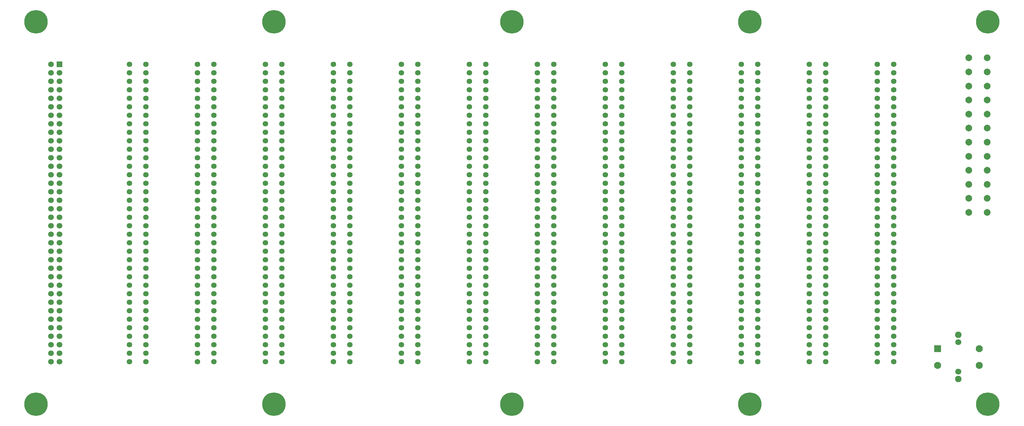
<source format=gbr>
%TF.GenerationSoftware,KiCad,Pcbnew,9.0.7*%
%TF.CreationDate,2026-02-22T19:12:49-05:00*%
%TF.ProjectId,Episode4,45706973-6f64-4653-942e-6b696361645f,2*%
%TF.SameCoordinates,Original*%
%TF.FileFunction,Soldermask,Bot*%
%TF.FilePolarity,Negative*%
%FSLAX46Y46*%
G04 Gerber Fmt 4.6, Leading zero omitted, Abs format (unit mm)*
G04 Created by KiCad (PCBNEW 9.0.7) date 2026-02-22 19:12:49*
%MOMM*%
%LPD*%
G01*
G04 APERTURE LIST*
%ADD10C,1.638000*%
%ADD11C,0.800000*%
%ADD12C,7.000000*%
%ADD13C,1.800000*%
%ADD14R,2.100000X2.100000*%
%ADD15C,2.100000*%
%ADD16C,1.950000*%
%ADD17C,0.001000*%
%ADD18C,2.000000*%
%ADD19R,1.700000X1.700000*%
%ADD20C,1.700000*%
G04 APERTURE END LIST*
D10*
%TO.C,J2*%
X39141000Y-19050000D03*
X34290000Y-19050000D03*
X39141000Y-21590000D03*
X34290000Y-21590000D03*
X39141000Y-24130000D03*
X34290000Y-24130000D03*
X39141000Y-26670000D03*
X34290000Y-26670000D03*
X39141000Y-29210000D03*
X34290000Y-29210000D03*
X39141000Y-31750000D03*
X34290000Y-31750000D03*
X39141000Y-34290000D03*
X34290000Y-34290000D03*
X39141000Y-36830000D03*
X34290000Y-36830000D03*
X39141000Y-39370000D03*
X34290000Y-39370000D03*
X39141000Y-41910000D03*
X34290000Y-41910000D03*
X39141000Y-44450000D03*
X34290000Y-44450000D03*
X39141000Y-46990000D03*
X34290000Y-46990000D03*
X39141000Y-49530000D03*
X34290000Y-49530000D03*
X39141000Y-52070000D03*
X34290000Y-52070000D03*
X39141000Y-54610000D03*
X34290000Y-54610000D03*
X39141000Y-57150000D03*
X34290000Y-57150000D03*
X39141000Y-59690000D03*
X34290000Y-59690000D03*
X39141000Y-62230000D03*
X34290000Y-62230000D03*
X39141000Y-64770000D03*
X34290000Y-64770000D03*
X39141000Y-67310000D03*
X34290000Y-67310000D03*
X39141000Y-69850000D03*
X34290000Y-69850000D03*
X39141000Y-72390000D03*
X34290000Y-72390000D03*
X39141000Y-74930000D03*
X34290000Y-74930000D03*
X39141000Y-77470000D03*
X34290000Y-77470000D03*
X39141000Y-80010000D03*
X34290000Y-80010000D03*
X39141000Y-82550000D03*
X34290000Y-82550000D03*
X39141000Y-85090000D03*
X34290000Y-85090000D03*
X39141000Y-87630000D03*
X34290000Y-87630000D03*
X39141000Y-90170000D03*
X34290000Y-90170000D03*
X39141000Y-92710000D03*
X34290000Y-92710000D03*
X39141000Y-95250000D03*
X34290000Y-95250000D03*
X39141000Y-97790000D03*
X34290000Y-97790000D03*
X39141000Y-100330000D03*
X34290000Y-100330000D03*
X39141000Y-102870000D03*
X34290000Y-102870000D03*
X39141000Y-105410000D03*
X34290000Y-105410000D03*
X39141000Y-107950000D03*
X34290000Y-107950000D03*
%TD*%
%TO.C,J3*%
X59461000Y-19050000D03*
X54610000Y-19050000D03*
X59461000Y-21590000D03*
X54610000Y-21590000D03*
X59461000Y-24130000D03*
X54610000Y-24130000D03*
X59461000Y-26670000D03*
X54610000Y-26670000D03*
X59461000Y-29210000D03*
X54610000Y-29210000D03*
X59461000Y-31750000D03*
X54610000Y-31750000D03*
X59461000Y-34290000D03*
X54610000Y-34290000D03*
X59461000Y-36830000D03*
X54610000Y-36830000D03*
X59461000Y-39370000D03*
X54610000Y-39370000D03*
X59461000Y-41910000D03*
X54610000Y-41910000D03*
X59461000Y-44450000D03*
X54610000Y-44450000D03*
X59461000Y-46990000D03*
X54610000Y-46990000D03*
X59461000Y-49530000D03*
X54610000Y-49530000D03*
X59461000Y-52070000D03*
X54610000Y-52070000D03*
X59461000Y-54610000D03*
X54610000Y-54610000D03*
X59461000Y-57150000D03*
X54610000Y-57150000D03*
X59461000Y-59690000D03*
X54610000Y-59690000D03*
X59461000Y-62230000D03*
X54610000Y-62230000D03*
X59461000Y-64770000D03*
X54610000Y-64770000D03*
X59461000Y-67310000D03*
X54610000Y-67310000D03*
X59461000Y-69850000D03*
X54610000Y-69850000D03*
X59461000Y-72390000D03*
X54610000Y-72390000D03*
X59461000Y-74930000D03*
X54610000Y-74930000D03*
X59461000Y-77470000D03*
X54610000Y-77470000D03*
X59461000Y-80010000D03*
X54610000Y-80010000D03*
X59461000Y-82550000D03*
X54610000Y-82550000D03*
X59461000Y-85090000D03*
X54610000Y-85090000D03*
X59461000Y-87630000D03*
X54610000Y-87630000D03*
X59461000Y-90170000D03*
X54610000Y-90170000D03*
X59461000Y-92710000D03*
X54610000Y-92710000D03*
X59461000Y-95250000D03*
X54610000Y-95250000D03*
X59461000Y-97790000D03*
X54610000Y-97790000D03*
X59461000Y-100330000D03*
X54610000Y-100330000D03*
X59461000Y-102870000D03*
X54610000Y-102870000D03*
X59461000Y-105410000D03*
X54610000Y-105410000D03*
X59461000Y-107950000D03*
X54610000Y-107950000D03*
%TD*%
D11*
%TO.C,H10*%
X288205000Y-120650000D03*
X288973845Y-118793845D03*
X288973845Y-122506155D03*
X290830000Y-118025000D03*
D12*
X290830000Y-120650000D03*
D11*
X290830000Y-123275000D03*
X292686155Y-118793845D03*
X292686155Y-122506155D03*
X293455000Y-120650000D03*
%TD*%
%TO.C,H2*%
X3725000Y-120650000D03*
X4493845Y-118793845D03*
X4493845Y-122506155D03*
X6350000Y-118025000D03*
D12*
X6350000Y-120650000D03*
D11*
X6350000Y-123275000D03*
X8206155Y-118793845D03*
X8206155Y-122506155D03*
X8975000Y-120650000D03*
%TD*%
D10*
%TO.C,J7*%
X140741000Y-19050000D03*
X135890000Y-19050000D03*
X140741000Y-21590000D03*
X135890000Y-21590000D03*
X140741000Y-24130000D03*
X135890000Y-24130000D03*
X140741000Y-26670000D03*
X135890000Y-26670000D03*
X140741000Y-29210000D03*
X135890000Y-29210000D03*
X140741000Y-31750000D03*
X135890000Y-31750000D03*
X140741000Y-34290000D03*
X135890000Y-34290000D03*
X140741000Y-36830000D03*
X135890000Y-36830000D03*
X140741000Y-39370000D03*
X135890000Y-39370000D03*
X140741000Y-41910000D03*
X135890000Y-41910000D03*
X140741000Y-44450000D03*
X135890000Y-44450000D03*
X140741000Y-46990000D03*
X135890000Y-46990000D03*
X140741000Y-49530000D03*
X135890000Y-49530000D03*
X140741000Y-52070000D03*
X135890000Y-52070000D03*
X140741000Y-54610000D03*
X135890000Y-54610000D03*
X140741000Y-57150000D03*
X135890000Y-57150000D03*
X140741000Y-59690000D03*
X135890000Y-59690000D03*
X140741000Y-62230000D03*
X135890000Y-62230000D03*
X140741000Y-64770000D03*
X135890000Y-64770000D03*
X140741000Y-67310000D03*
X135890000Y-67310000D03*
X140741000Y-69850000D03*
X135890000Y-69850000D03*
X140741000Y-72390000D03*
X135890000Y-72390000D03*
X140741000Y-74930000D03*
X135890000Y-74930000D03*
X140741000Y-77470000D03*
X135890000Y-77470000D03*
X140741000Y-80010000D03*
X135890000Y-80010000D03*
X140741000Y-82550000D03*
X135890000Y-82550000D03*
X140741000Y-85090000D03*
X135890000Y-85090000D03*
X140741000Y-87630000D03*
X135890000Y-87630000D03*
X140741000Y-90170000D03*
X135890000Y-90170000D03*
X140741000Y-92710000D03*
X135890000Y-92710000D03*
X140741000Y-95250000D03*
X135890000Y-95250000D03*
X140741000Y-97790000D03*
X135890000Y-97790000D03*
X140741000Y-100330000D03*
X135890000Y-100330000D03*
X140741000Y-102870000D03*
X135890000Y-102870000D03*
X140741000Y-105410000D03*
X135890000Y-105410000D03*
X140741000Y-107950000D03*
X135890000Y-107950000D03*
%TD*%
D13*
%TO.C,SW1*%
X282015000Y-110953000D03*
X282015000Y-102153000D03*
D14*
X275815000Y-104053000D03*
D15*
X288215000Y-104053000D03*
X275815000Y-109053000D03*
X288215000Y-109053000D03*
D16*
X282015000Y-99953000D03*
X282015000Y-113153000D03*
%TD*%
D10*
%TO.C,J9*%
X181381000Y-19050000D03*
X176530000Y-19050000D03*
X181381000Y-21590000D03*
X176530000Y-21590000D03*
X181381000Y-24130000D03*
X176530000Y-24130000D03*
X181381000Y-26670000D03*
X176530000Y-26670000D03*
X181381000Y-29210000D03*
X176530000Y-29210000D03*
X181381000Y-31750000D03*
X176530000Y-31750000D03*
X181381000Y-34290000D03*
X176530000Y-34290000D03*
X181381000Y-36830000D03*
X176530000Y-36830000D03*
X181381000Y-39370000D03*
X176530000Y-39370000D03*
X181381000Y-41910000D03*
X176530000Y-41910000D03*
X181381000Y-44450000D03*
X176530000Y-44450000D03*
X181381000Y-46990000D03*
X176530000Y-46990000D03*
X181381000Y-49530000D03*
X176530000Y-49530000D03*
X181381000Y-52070000D03*
X176530000Y-52070000D03*
X181381000Y-54610000D03*
X176530000Y-54610000D03*
X181381000Y-57150000D03*
X176530000Y-57150000D03*
X181381000Y-59690000D03*
X176530000Y-59690000D03*
X181381000Y-62230000D03*
X176530000Y-62230000D03*
X181381000Y-64770000D03*
X176530000Y-64770000D03*
X181381000Y-67310000D03*
X176530000Y-67310000D03*
X181381000Y-69850000D03*
X176530000Y-69850000D03*
X181381000Y-72390000D03*
X176530000Y-72390000D03*
X181381000Y-74930000D03*
X176530000Y-74930000D03*
X181381000Y-77470000D03*
X176530000Y-77470000D03*
X181381000Y-80010000D03*
X176530000Y-80010000D03*
X181381000Y-82550000D03*
X176530000Y-82550000D03*
X181381000Y-85090000D03*
X176530000Y-85090000D03*
X181381000Y-87630000D03*
X176530000Y-87630000D03*
X181381000Y-90170000D03*
X176530000Y-90170000D03*
X181381000Y-92710000D03*
X176530000Y-92710000D03*
X181381000Y-95250000D03*
X176530000Y-95250000D03*
X181381000Y-97790000D03*
X176530000Y-97790000D03*
X181381000Y-100330000D03*
X176530000Y-100330000D03*
X181381000Y-102870000D03*
X176530000Y-102870000D03*
X181381000Y-105410000D03*
X176530000Y-105410000D03*
X181381000Y-107950000D03*
X176530000Y-107950000D03*
%TD*%
%TO.C,J11*%
X222021000Y-19050000D03*
X217170000Y-19050000D03*
X222021000Y-21590000D03*
X217170000Y-21590000D03*
X222021000Y-24130000D03*
X217170000Y-24130000D03*
X222021000Y-26670000D03*
X217170000Y-26670000D03*
X222021000Y-29210000D03*
X217170000Y-29210000D03*
X222021000Y-31750000D03*
X217170000Y-31750000D03*
X222021000Y-34290000D03*
X217170000Y-34290000D03*
X222021000Y-36830000D03*
X217170000Y-36830000D03*
X222021000Y-39370000D03*
X217170000Y-39370000D03*
X222021000Y-41910000D03*
X217170000Y-41910000D03*
X222021000Y-44450000D03*
X217170000Y-44450000D03*
X222021000Y-46990000D03*
X217170000Y-46990000D03*
X222021000Y-49530000D03*
X217170000Y-49530000D03*
X222021000Y-52070000D03*
X217170000Y-52070000D03*
X222021000Y-54610000D03*
X217170000Y-54610000D03*
X222021000Y-57150000D03*
X217170000Y-57150000D03*
X222021000Y-59690000D03*
X217170000Y-59690000D03*
X222021000Y-62230000D03*
X217170000Y-62230000D03*
X222021000Y-64770000D03*
X217170000Y-64770000D03*
X222021000Y-67310000D03*
X217170000Y-67310000D03*
X222021000Y-69850000D03*
X217170000Y-69850000D03*
X222021000Y-72390000D03*
X217170000Y-72390000D03*
X222021000Y-74930000D03*
X217170000Y-74930000D03*
X222021000Y-77470000D03*
X217170000Y-77470000D03*
X222021000Y-80010000D03*
X217170000Y-80010000D03*
X222021000Y-82550000D03*
X217170000Y-82550000D03*
X222021000Y-85090000D03*
X217170000Y-85090000D03*
X222021000Y-87630000D03*
X217170000Y-87630000D03*
X222021000Y-90170000D03*
X217170000Y-90170000D03*
X222021000Y-92710000D03*
X217170000Y-92710000D03*
X222021000Y-95250000D03*
X217170000Y-95250000D03*
X222021000Y-97790000D03*
X217170000Y-97790000D03*
X222021000Y-100330000D03*
X217170000Y-100330000D03*
X222021000Y-102870000D03*
X217170000Y-102870000D03*
X222021000Y-105410000D03*
X217170000Y-105410000D03*
X222021000Y-107950000D03*
X217170000Y-107950000D03*
%TD*%
%TO.C,J13*%
X262661000Y-19050000D03*
X257810000Y-19050000D03*
X262661000Y-21590000D03*
X257810000Y-21590000D03*
X262661000Y-24130000D03*
X257810000Y-24130000D03*
X262661000Y-26670000D03*
X257810000Y-26670000D03*
X262661000Y-29210000D03*
X257810000Y-29210000D03*
X262661000Y-31750000D03*
X257810000Y-31750000D03*
X262661000Y-34290000D03*
X257810000Y-34290000D03*
X262661000Y-36830000D03*
X257810000Y-36830000D03*
X262661000Y-39370000D03*
X257810000Y-39370000D03*
X262661000Y-41910000D03*
X257810000Y-41910000D03*
X262661000Y-44450000D03*
X257810000Y-44450000D03*
X262661000Y-46990000D03*
X257810000Y-46990000D03*
X262661000Y-49530000D03*
X257810000Y-49530000D03*
X262661000Y-52070000D03*
X257810000Y-52070000D03*
X262661000Y-54610000D03*
X257810000Y-54610000D03*
X262661000Y-57150000D03*
X257810000Y-57150000D03*
X262661000Y-59690000D03*
X257810000Y-59690000D03*
X262661000Y-62230000D03*
X257810000Y-62230000D03*
X262661000Y-64770000D03*
X257810000Y-64770000D03*
X262661000Y-67310000D03*
X257810000Y-67310000D03*
X262661000Y-69850000D03*
X257810000Y-69850000D03*
X262661000Y-72390000D03*
X257810000Y-72390000D03*
X262661000Y-74930000D03*
X257810000Y-74930000D03*
X262661000Y-77470000D03*
X257810000Y-77470000D03*
X262661000Y-80010000D03*
X257810000Y-80010000D03*
X262661000Y-82550000D03*
X257810000Y-82550000D03*
X262661000Y-85090000D03*
X257810000Y-85090000D03*
X262661000Y-87630000D03*
X257810000Y-87630000D03*
X262661000Y-90170000D03*
X257810000Y-90170000D03*
X262661000Y-92710000D03*
X257810000Y-92710000D03*
X262661000Y-95250000D03*
X257810000Y-95250000D03*
X262661000Y-97790000D03*
X257810000Y-97790000D03*
X262661000Y-100330000D03*
X257810000Y-100330000D03*
X262661000Y-102870000D03*
X257810000Y-102870000D03*
X262661000Y-105410000D03*
X257810000Y-105410000D03*
X262661000Y-107950000D03*
X257810000Y-107950000D03*
%TD*%
%TO.C,J10*%
X201701000Y-19050000D03*
X196850000Y-19050000D03*
X201701000Y-21590000D03*
X196850000Y-21590000D03*
X201701000Y-24130000D03*
X196850000Y-24130000D03*
X201701000Y-26670000D03*
X196850000Y-26670000D03*
X201701000Y-29210000D03*
X196850000Y-29210000D03*
X201701000Y-31750000D03*
X196850000Y-31750000D03*
X201701000Y-34290000D03*
X196850000Y-34290000D03*
X201701000Y-36830000D03*
X196850000Y-36830000D03*
X201701000Y-39370000D03*
X196850000Y-39370000D03*
X201701000Y-41910000D03*
X196850000Y-41910000D03*
X201701000Y-44450000D03*
X196850000Y-44450000D03*
X201701000Y-46990000D03*
X196850000Y-46990000D03*
X201701000Y-49530000D03*
X196850000Y-49530000D03*
X201701000Y-52070000D03*
X196850000Y-52070000D03*
X201701000Y-54610000D03*
X196850000Y-54610000D03*
X201701000Y-57150000D03*
X196850000Y-57150000D03*
X201701000Y-59690000D03*
X196850000Y-59690000D03*
X201701000Y-62230000D03*
X196850000Y-62230000D03*
X201701000Y-64770000D03*
X196850000Y-64770000D03*
X201701000Y-67310000D03*
X196850000Y-67310000D03*
X201701000Y-69850000D03*
X196850000Y-69850000D03*
X201701000Y-72390000D03*
X196850000Y-72390000D03*
X201701000Y-74930000D03*
X196850000Y-74930000D03*
X201701000Y-77470000D03*
X196850000Y-77470000D03*
X201701000Y-80010000D03*
X196850000Y-80010000D03*
X201701000Y-82550000D03*
X196850000Y-82550000D03*
X201701000Y-85090000D03*
X196850000Y-85090000D03*
X201701000Y-87630000D03*
X196850000Y-87630000D03*
X201701000Y-90170000D03*
X196850000Y-90170000D03*
X201701000Y-92710000D03*
X196850000Y-92710000D03*
X201701000Y-95250000D03*
X196850000Y-95250000D03*
X201701000Y-97790000D03*
X196850000Y-97790000D03*
X201701000Y-100330000D03*
X196850000Y-100330000D03*
X201701000Y-102870000D03*
X196850000Y-102870000D03*
X201701000Y-105410000D03*
X196850000Y-105410000D03*
X201701000Y-107950000D03*
X196850000Y-107950000D03*
%TD*%
%TO.C,J5*%
X100101000Y-19050000D03*
X95250000Y-19050000D03*
X100101000Y-21590000D03*
X95250000Y-21590000D03*
X100101000Y-24130000D03*
X95250000Y-24130000D03*
X100101000Y-26670000D03*
X95250000Y-26670000D03*
X100101000Y-29210000D03*
X95250000Y-29210000D03*
X100101000Y-31750000D03*
X95250000Y-31750000D03*
X100101000Y-34290000D03*
X95250000Y-34290000D03*
X100101000Y-36830000D03*
X95250000Y-36830000D03*
X100101000Y-39370000D03*
X95250000Y-39370000D03*
X100101000Y-41910000D03*
X95250000Y-41910000D03*
X100101000Y-44450000D03*
X95250000Y-44450000D03*
X100101000Y-46990000D03*
X95250000Y-46990000D03*
X100101000Y-49530000D03*
X95250000Y-49530000D03*
X100101000Y-52070000D03*
X95250000Y-52070000D03*
X100101000Y-54610000D03*
X95250000Y-54610000D03*
X100101000Y-57150000D03*
X95250000Y-57150000D03*
X100101000Y-59690000D03*
X95250000Y-59690000D03*
X100101000Y-62230000D03*
X95250000Y-62230000D03*
X100101000Y-64770000D03*
X95250000Y-64770000D03*
X100101000Y-67310000D03*
X95250000Y-67310000D03*
X100101000Y-69850000D03*
X95250000Y-69850000D03*
X100101000Y-72390000D03*
X95250000Y-72390000D03*
X100101000Y-74930000D03*
X95250000Y-74930000D03*
X100101000Y-77470000D03*
X95250000Y-77470000D03*
X100101000Y-80010000D03*
X95250000Y-80010000D03*
X100101000Y-82550000D03*
X95250000Y-82550000D03*
X100101000Y-85090000D03*
X95250000Y-85090000D03*
X100101000Y-87630000D03*
X95250000Y-87630000D03*
X100101000Y-90170000D03*
X95250000Y-90170000D03*
X100101000Y-92710000D03*
X95250000Y-92710000D03*
X100101000Y-95250000D03*
X95250000Y-95250000D03*
X100101000Y-97790000D03*
X95250000Y-97790000D03*
X100101000Y-100330000D03*
X95250000Y-100330000D03*
X100101000Y-102870000D03*
X95250000Y-102870000D03*
X100101000Y-105410000D03*
X95250000Y-105410000D03*
X100101000Y-107950000D03*
X95250000Y-107950000D03*
%TD*%
D17*
%TO.C,J14*%
X290195000Y-68045000D03*
D18*
X285155000Y-63345000D03*
X285155000Y-59145000D03*
X285155000Y-54945000D03*
X285155000Y-50745000D03*
X285155000Y-46545000D03*
X285155000Y-42345000D03*
X285155000Y-38145000D03*
X285155000Y-33945000D03*
X285155000Y-29745000D03*
X285155000Y-25545000D03*
X285155000Y-21345000D03*
X285155000Y-17145000D03*
X290655000Y-63345000D03*
X290655000Y-59145000D03*
X290655000Y-54945000D03*
X290655000Y-50745000D03*
X290655000Y-46545000D03*
X290655000Y-42345000D03*
X290655000Y-38145000D03*
X290655000Y-33945000D03*
X290655000Y-29745000D03*
X290655000Y-25545000D03*
X290655000Y-21345000D03*
X290655000Y-17145000D03*
%TD*%
D10*
%TO.C,J6*%
X120421000Y-19050000D03*
X115570000Y-19050000D03*
X120421000Y-21590000D03*
X115570000Y-21590000D03*
X120421000Y-24130000D03*
X115570000Y-24130000D03*
X120421000Y-26670000D03*
X115570000Y-26670000D03*
X120421000Y-29210000D03*
X115570000Y-29210000D03*
X120421000Y-31750000D03*
X115570000Y-31750000D03*
X120421000Y-34290000D03*
X115570000Y-34290000D03*
X120421000Y-36830000D03*
X115570000Y-36830000D03*
X120421000Y-39370000D03*
X115570000Y-39370000D03*
X120421000Y-41910000D03*
X115570000Y-41910000D03*
X120421000Y-44450000D03*
X115570000Y-44450000D03*
X120421000Y-46990000D03*
X115570000Y-46990000D03*
X120421000Y-49530000D03*
X115570000Y-49530000D03*
X120421000Y-52070000D03*
X115570000Y-52070000D03*
X120421000Y-54610000D03*
X115570000Y-54610000D03*
X120421000Y-57150000D03*
X115570000Y-57150000D03*
X120421000Y-59690000D03*
X115570000Y-59690000D03*
X120421000Y-62230000D03*
X115570000Y-62230000D03*
X120421000Y-64770000D03*
X115570000Y-64770000D03*
X120421000Y-67310000D03*
X115570000Y-67310000D03*
X120421000Y-69850000D03*
X115570000Y-69850000D03*
X120421000Y-72390000D03*
X115570000Y-72390000D03*
X120421000Y-74930000D03*
X115570000Y-74930000D03*
X120421000Y-77470000D03*
X115570000Y-77470000D03*
X120421000Y-80010000D03*
X115570000Y-80010000D03*
X120421000Y-82550000D03*
X115570000Y-82550000D03*
X120421000Y-85090000D03*
X115570000Y-85090000D03*
X120421000Y-87630000D03*
X115570000Y-87630000D03*
X120421000Y-90170000D03*
X115570000Y-90170000D03*
X120421000Y-92710000D03*
X115570000Y-92710000D03*
X120421000Y-95250000D03*
X115570000Y-95250000D03*
X120421000Y-97790000D03*
X115570000Y-97790000D03*
X120421000Y-100330000D03*
X115570000Y-100330000D03*
X120421000Y-102870000D03*
X115570000Y-102870000D03*
X120421000Y-105410000D03*
X115570000Y-105410000D03*
X120421000Y-107950000D03*
X115570000Y-107950000D03*
%TD*%
D11*
%TO.C,H8*%
X217085000Y-120650000D03*
X217853845Y-118793845D03*
X217853845Y-122506155D03*
X219710000Y-118025000D03*
D12*
X219710000Y-120650000D03*
D11*
X219710000Y-123275000D03*
X221566155Y-118793845D03*
X221566155Y-122506155D03*
X222335000Y-120650000D03*
%TD*%
%TO.C,H5*%
X145965000Y-6350000D03*
X146733845Y-4493845D03*
X146733845Y-8206155D03*
X148590000Y-3725000D03*
D12*
X148590000Y-6350000D03*
D11*
X148590000Y-8975000D03*
X150446155Y-4493845D03*
X150446155Y-8206155D03*
X151215000Y-6350000D03*
%TD*%
%TO.C,H3*%
X74845000Y-6350000D03*
X75613845Y-4493845D03*
X75613845Y-8206155D03*
X77470000Y-3725000D03*
D12*
X77470000Y-6350000D03*
D11*
X77470000Y-8975000D03*
X79326155Y-4493845D03*
X79326155Y-8206155D03*
X80095000Y-6350000D03*
%TD*%
%TO.C,H9*%
X288205000Y-6350000D03*
X288973845Y-4493845D03*
X288973845Y-8206155D03*
X290830000Y-3725000D03*
D12*
X290830000Y-6350000D03*
D11*
X290830000Y-8975000D03*
X292686155Y-4493845D03*
X292686155Y-8206155D03*
X293455000Y-6350000D03*
%TD*%
D19*
%TO.C,J1*%
X13335000Y-19050000D03*
D20*
X10795000Y-19050000D03*
X13335000Y-21590000D03*
X10795000Y-21590000D03*
X13335000Y-24130000D03*
X10795000Y-24130000D03*
X13335000Y-26670000D03*
X10795000Y-26670000D03*
X13335000Y-29210000D03*
X10795000Y-29210000D03*
X13335000Y-31750000D03*
X10795000Y-31750000D03*
X13335000Y-34290000D03*
X10795000Y-34290000D03*
X13335000Y-36830000D03*
X10795000Y-36830000D03*
X13335000Y-39370000D03*
X10795000Y-39370000D03*
X13335000Y-41910000D03*
X10795000Y-41910000D03*
X13335000Y-44450000D03*
X10795000Y-44450000D03*
X13335000Y-46990000D03*
X10795000Y-46990000D03*
X13335000Y-49530000D03*
X10795000Y-49530000D03*
X13335000Y-52070000D03*
X10795000Y-52070000D03*
X13335000Y-54610000D03*
X10795000Y-54610000D03*
X13335000Y-57150000D03*
X10795000Y-57150000D03*
X13335000Y-59690000D03*
X10795000Y-59690000D03*
X13335000Y-62230000D03*
X10795000Y-62230000D03*
X13335000Y-64770000D03*
X10795000Y-64770000D03*
X13335000Y-67310000D03*
X10795000Y-67310000D03*
X13335000Y-69850000D03*
X10795000Y-69850000D03*
X13335000Y-72390000D03*
X10795000Y-72390000D03*
X13335000Y-74930000D03*
X10795000Y-74930000D03*
X13335000Y-77470000D03*
X10795000Y-77470000D03*
X13335000Y-80010000D03*
X10795000Y-80010000D03*
X13335000Y-82550000D03*
X10795000Y-82550000D03*
X13335000Y-85090000D03*
X10795000Y-85090000D03*
X13335000Y-87630000D03*
X10795000Y-87630000D03*
X13335000Y-90170000D03*
X10795000Y-90170000D03*
X13335000Y-92710000D03*
X10795000Y-92710000D03*
X13335000Y-95250000D03*
X10795000Y-95250000D03*
X13335000Y-97790000D03*
X10795000Y-97790000D03*
X13335000Y-100330000D03*
X10795000Y-100330000D03*
X13335000Y-102870000D03*
X10795000Y-102870000D03*
X13335000Y-105410000D03*
X10795000Y-105410000D03*
X13335000Y-107950000D03*
X10795000Y-107950000D03*
%TD*%
D10*
%TO.C,J4*%
X79781000Y-19050000D03*
X74930000Y-19050000D03*
X79781000Y-21590000D03*
X74930000Y-21590000D03*
X79781000Y-24130000D03*
X74930000Y-24130000D03*
X79781000Y-26670000D03*
X74930000Y-26670000D03*
X79781000Y-29210000D03*
X74930000Y-29210000D03*
X79781000Y-31750000D03*
X74930000Y-31750000D03*
X79781000Y-34290000D03*
X74930000Y-34290000D03*
X79781000Y-36830000D03*
X74930000Y-36830000D03*
X79781000Y-39370000D03*
X74930000Y-39370000D03*
X79781000Y-41910000D03*
X74930000Y-41910000D03*
X79781000Y-44450000D03*
X74930000Y-44450000D03*
X79781000Y-46990000D03*
X74930000Y-46990000D03*
X79781000Y-49530000D03*
X74930000Y-49530000D03*
X79781000Y-52070000D03*
X74930000Y-52070000D03*
X79781000Y-54610000D03*
X74930000Y-54610000D03*
X79781000Y-57150000D03*
X74930000Y-57150000D03*
X79781000Y-59690000D03*
X74930000Y-59690000D03*
X79781000Y-62230000D03*
X74930000Y-62230000D03*
X79781000Y-64770000D03*
X74930000Y-64770000D03*
X79781000Y-67310000D03*
X74930000Y-67310000D03*
X79781000Y-69850000D03*
X74930000Y-69850000D03*
X79781000Y-72390000D03*
X74930000Y-72390000D03*
X79781000Y-74930000D03*
X74930000Y-74930000D03*
X79781000Y-77470000D03*
X74930000Y-77470000D03*
X79781000Y-80010000D03*
X74930000Y-80010000D03*
X79781000Y-82550000D03*
X74930000Y-82550000D03*
X79781000Y-85090000D03*
X74930000Y-85090000D03*
X79781000Y-87630000D03*
X74930000Y-87630000D03*
X79781000Y-90170000D03*
X74930000Y-90170000D03*
X79781000Y-92710000D03*
X74930000Y-92710000D03*
X79781000Y-95250000D03*
X74930000Y-95250000D03*
X79781000Y-97790000D03*
X74930000Y-97790000D03*
X79781000Y-100330000D03*
X74930000Y-100330000D03*
X79781000Y-102870000D03*
X74930000Y-102870000D03*
X79781000Y-105410000D03*
X74930000Y-105410000D03*
X79781000Y-107950000D03*
X74930000Y-107950000D03*
%TD*%
%TO.C,J8*%
X161061000Y-19050000D03*
X156210000Y-19050000D03*
X161061000Y-21590000D03*
X156210000Y-21590000D03*
X161061000Y-24130000D03*
X156210000Y-24130000D03*
X161061000Y-26670000D03*
X156210000Y-26670000D03*
X161061000Y-29210000D03*
X156210000Y-29210000D03*
X161061000Y-31750000D03*
X156210000Y-31750000D03*
X161061000Y-34290000D03*
X156210000Y-34290000D03*
X161061000Y-36830000D03*
X156210000Y-36830000D03*
X161061000Y-39370000D03*
X156210000Y-39370000D03*
X161061000Y-41910000D03*
X156210000Y-41910000D03*
X161061000Y-44450000D03*
X156210000Y-44450000D03*
X161061000Y-46990000D03*
X156210000Y-46990000D03*
X161061000Y-49530000D03*
X156210000Y-49530000D03*
X161061000Y-52070000D03*
X156210000Y-52070000D03*
X161061000Y-54610000D03*
X156210000Y-54610000D03*
X161061000Y-57150000D03*
X156210000Y-57150000D03*
X161061000Y-59690000D03*
X156210000Y-59690000D03*
X161061000Y-62230000D03*
X156210000Y-62230000D03*
X161061000Y-64770000D03*
X156210000Y-64770000D03*
X161061000Y-67310000D03*
X156210000Y-67310000D03*
X161061000Y-69850000D03*
X156210000Y-69850000D03*
X161061000Y-72390000D03*
X156210000Y-72390000D03*
X161061000Y-74930000D03*
X156210000Y-74930000D03*
X161061000Y-77470000D03*
X156210000Y-77470000D03*
X161061000Y-80010000D03*
X156210000Y-80010000D03*
X161061000Y-82550000D03*
X156210000Y-82550000D03*
X161061000Y-85090000D03*
X156210000Y-85090000D03*
X161061000Y-87630000D03*
X156210000Y-87630000D03*
X161061000Y-90170000D03*
X156210000Y-90170000D03*
X161061000Y-92710000D03*
X156210000Y-92710000D03*
X161061000Y-95250000D03*
X156210000Y-95250000D03*
X161061000Y-97790000D03*
X156210000Y-97790000D03*
X161061000Y-100330000D03*
X156210000Y-100330000D03*
X161061000Y-102870000D03*
X156210000Y-102870000D03*
X161061000Y-105410000D03*
X156210000Y-105410000D03*
X161061000Y-107950000D03*
X156210000Y-107950000D03*
%TD*%
%TO.C,J12*%
X242341000Y-19050000D03*
X237490000Y-19050000D03*
X242341000Y-21590000D03*
X237490000Y-21590000D03*
X242341000Y-24130000D03*
X237490000Y-24130000D03*
X242341000Y-26670000D03*
X237490000Y-26670000D03*
X242341000Y-29210000D03*
X237490000Y-29210000D03*
X242341000Y-31750000D03*
X237490000Y-31750000D03*
X242341000Y-34290000D03*
X237490000Y-34290000D03*
X242341000Y-36830000D03*
X237490000Y-36830000D03*
X242341000Y-39370000D03*
X237490000Y-39370000D03*
X242341000Y-41910000D03*
X237490000Y-41910000D03*
X242341000Y-44450000D03*
X237490000Y-44450000D03*
X242341000Y-46990000D03*
X237490000Y-46990000D03*
X242341000Y-49530000D03*
X237490000Y-49530000D03*
X242341000Y-52070000D03*
X237490000Y-52070000D03*
X242341000Y-54610000D03*
X237490000Y-54610000D03*
X242341000Y-57150000D03*
X237490000Y-57150000D03*
X242341000Y-59690000D03*
X237490000Y-59690000D03*
X242341000Y-62230000D03*
X237490000Y-62230000D03*
X242341000Y-64770000D03*
X237490000Y-64770000D03*
X242341000Y-67310000D03*
X237490000Y-67310000D03*
X242341000Y-69850000D03*
X237490000Y-69850000D03*
X242341000Y-72390000D03*
X237490000Y-72390000D03*
X242341000Y-74930000D03*
X237490000Y-74930000D03*
X242341000Y-77470000D03*
X237490000Y-77470000D03*
X242341000Y-80010000D03*
X237490000Y-80010000D03*
X242341000Y-82550000D03*
X237490000Y-82550000D03*
X242341000Y-85090000D03*
X237490000Y-85090000D03*
X242341000Y-87630000D03*
X237490000Y-87630000D03*
X242341000Y-90170000D03*
X237490000Y-90170000D03*
X242341000Y-92710000D03*
X237490000Y-92710000D03*
X242341000Y-95250000D03*
X237490000Y-95250000D03*
X242341000Y-97790000D03*
X237490000Y-97790000D03*
X242341000Y-100330000D03*
X237490000Y-100330000D03*
X242341000Y-102870000D03*
X237490000Y-102870000D03*
X242341000Y-105410000D03*
X237490000Y-105410000D03*
X242341000Y-107950000D03*
X237490000Y-107950000D03*
%TD*%
D11*
%TO.C,H1*%
X3725000Y-6350000D03*
X4493845Y-4493845D03*
X4493845Y-8206155D03*
X6350000Y-3725000D03*
D12*
X6350000Y-6350000D03*
D11*
X6350000Y-8975000D03*
X8206155Y-4493845D03*
X8206155Y-8206155D03*
X8975000Y-6350000D03*
%TD*%
%TO.C,H4*%
X74845000Y-120650000D03*
X75613845Y-118793845D03*
X75613845Y-122506155D03*
X77470000Y-118025000D03*
D12*
X77470000Y-120650000D03*
D11*
X77470000Y-123275000D03*
X79326155Y-118793845D03*
X79326155Y-122506155D03*
X80095000Y-120650000D03*
%TD*%
%TO.C,H6*%
X145965000Y-120650000D03*
X146733845Y-118793845D03*
X146733845Y-122506155D03*
X148590000Y-118025000D03*
D12*
X148590000Y-120650000D03*
D11*
X148590000Y-123275000D03*
X150446155Y-118793845D03*
X150446155Y-122506155D03*
X151215000Y-120650000D03*
%TD*%
%TO.C,H7*%
X217085000Y-6350000D03*
X217853845Y-4493845D03*
X217853845Y-8206155D03*
X219710000Y-3725000D03*
D12*
X219710000Y-6350000D03*
D11*
X219710000Y-8975000D03*
X221566155Y-4493845D03*
X221566155Y-8206155D03*
X222335000Y-6350000D03*
%TD*%
M02*

</source>
